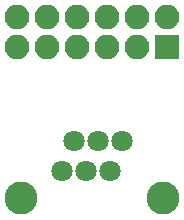
<source format=gbs>
%TF.GenerationSoftware,KiCad,Pcbnew,4.0.7*%
%TF.CreationDate,2017-10-04T14:34:26+08:00*%
%TF.ProjectId,RJ12(in-house),524A313228696E2D686F757365292E6B,rev?*%
%TF.FileFunction,Soldermask,Bot*%
%FSLAX46Y46*%
G04 Gerber Fmt 4.6, Leading zero omitted, Abs format (unit mm)*
G04 Created by KiCad (PCBNEW 4.0.7) date 10/04/17 14:34:26*
%MOMM*%
%LPD*%
G01*
G04 APERTURE LIST*
%ADD10C,0.100000*%
%ADD11C,2.800000*%
%ADD12C,1.800000*%
%ADD13R,2.100000X2.100000*%
%ADD14O,2.100000X2.100000*%
G04 APERTURE END LIST*
D10*
D11*
X-6207400Y-20659120D03*
X-18207400Y-20659120D03*
D12*
X-9657400Y-15819120D03*
X-11697400Y-15819120D03*
X-13737400Y-15819120D03*
X-10677400Y-18359120D03*
X-12717400Y-18359120D03*
X-14757400Y-18359120D03*
D13*
X-5842000Y-7874000D03*
D14*
X-5842000Y-5334000D03*
X-8382000Y-7874000D03*
X-8382000Y-5334000D03*
X-10922000Y-7874000D03*
X-10922000Y-5334000D03*
X-13462000Y-7874000D03*
X-13462000Y-5334000D03*
X-16002000Y-7874000D03*
X-16002000Y-5334000D03*
X-18542000Y-7874000D03*
X-18542000Y-5334000D03*
M02*

</source>
